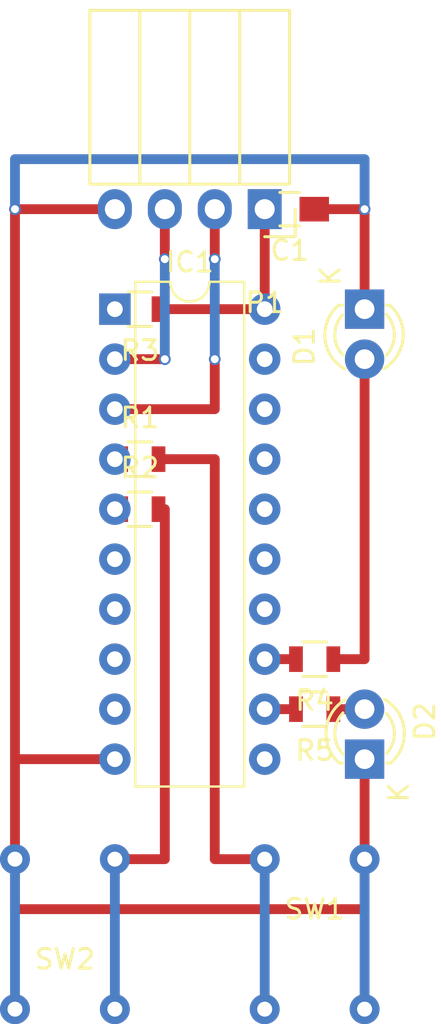
<source format=kicad_pcb>
(kicad_pcb (version 4) (host pcbnew 4.0.4+e1-6308~48~ubuntu16.04.1-stable)

  (general
    (links 24)
    (no_connects 0)
    (area 0 0 0 0)
    (thickness 1.6)
    (drawings 0)
    (tracks 43)
    (zones 0)
    (modules 12)
    (nets 25)
  )

  (page A4)
  (layers
    (0 F.Cu signal)
    (31 B.Cu signal)
    (32 B.Adhes user)
    (33 F.Adhes user)
    (34 B.Paste user)
    (35 F.Paste user)
    (36 B.SilkS user)
    (37 F.SilkS user)
    (38 B.Mask user)
    (39 F.Mask user)
    (40 Dwgs.User user)
    (41 Cmts.User user)
    (42 Eco1.User user)
    (43 Eco2.User user)
    (44 Edge.Cuts user)
    (45 Margin user)
    (46 B.CrtYd user)
    (47 F.CrtYd user)
    (48 B.Fab user)
    (49 F.Fab user)
  )

  (setup
    (last_trace_width 0.5)
    (user_trace_width 0.5)
    (trace_clearance 0.2)
    (zone_clearance 0.508)
    (zone_45_only no)
    (trace_min 0.2)
    (segment_width 0.2)
    (edge_width 0.15)
    (via_size 0.6)
    (via_drill 0.4)
    (via_min_size 0.4)
    (via_min_drill 0.3)
    (uvia_size 0.3)
    (uvia_drill 0.1)
    (uvias_allowed no)
    (uvia_min_size 0.2)
    (uvia_min_drill 0.1)
    (pcb_text_width 0.3)
    (pcb_text_size 1.5 1.5)
    (mod_edge_width 0.15)
    (mod_text_size 1 1)
    (mod_text_width 0.15)
    (pad_size 1.524 1.524)
    (pad_drill 0.762)
    (pad_to_mask_clearance 0.2)
    (aux_axis_origin 0 0)
    (visible_elements FFFFFF7F)
    (pcbplotparams
      (layerselection 0x00030_80000001)
      (usegerberextensions false)
      (excludeedgelayer true)
      (linewidth 0.100000)
      (plotframeref false)
      (viasonmask false)
      (mode 1)
      (useauxorigin false)
      (hpglpennumber 1)
      (hpglpenspeed 20)
      (hpglpendiameter 15)
      (hpglpenoverlay 2)
      (psnegative false)
      (psa4output false)
      (plotreference true)
      (plotvalue true)
      (plotinvisibletext false)
      (padsonsilk false)
      (subtractmaskfromsilk false)
      (outputformat 1)
      (mirror false)
      (drillshape 1)
      (scaleselection 1)
      (outputdirectory ""))
  )

  (net 0 "")
  (net 1 GND)
  (net 2 VCC)
  (net 3 "Net-(D1-Pad2)")
  (net 4 "Net-(D2-Pad2)")
  (net 5 "Net-(IC1-Pad1)")
  (net 6 "Net-(IC1-Pad11)")
  (net 7 "Net-(IC1-Pad2)")
  (net 8 "Net-(IC1-Pad12)")
  (net 9 "Net-(IC1-Pad3)")
  (net 10 "Net-(IC1-Pad13)")
  (net 11 "Net-(IC1-Pad4)")
  (net 12 "Net-(IC1-Pad14)")
  (net 13 "Net-(IC1-Pad5)")
  (net 14 "Net-(IC1-Pad15)")
  (net 15 "Net-(IC1-Pad6)")
  (net 16 "Net-(IC1-Pad16)")
  (net 17 "Net-(IC1-Pad7)")
  (net 18 "Net-(IC1-Pad17)")
  (net 19 "Net-(IC1-Pad8)")
  (net 20 "Net-(IC1-Pad18)")
  (net 21 "Net-(IC1-Pad9)")
  (net 22 "Net-(IC1-Pad19)")
  (net 23 "Net-(R1-Pad2)")
  (net 24 "Net-(R2-Pad2)")

  (net_class Default "This is the default net class."
    (clearance 0.2)
    (trace_width 0.25)
    (via_dia 0.6)
    (via_drill 0.4)
    (uvia_dia 0.3)
    (uvia_drill 0.1)
    (add_net GND)
    (add_net "Net-(D1-Pad2)")
    (add_net "Net-(D2-Pad2)")
    (add_net "Net-(IC1-Pad1)")
    (add_net "Net-(IC1-Pad11)")
    (add_net "Net-(IC1-Pad12)")
    (add_net "Net-(IC1-Pad13)")
    (add_net "Net-(IC1-Pad14)")
    (add_net "Net-(IC1-Pad15)")
    (add_net "Net-(IC1-Pad16)")
    (add_net "Net-(IC1-Pad17)")
    (add_net "Net-(IC1-Pad18)")
    (add_net "Net-(IC1-Pad19)")
    (add_net "Net-(IC1-Pad2)")
    (add_net "Net-(IC1-Pad3)")
    (add_net "Net-(IC1-Pad4)")
    (add_net "Net-(IC1-Pad5)")
    (add_net "Net-(IC1-Pad6)")
    (add_net "Net-(IC1-Pad7)")
    (add_net "Net-(IC1-Pad8)")
    (add_net "Net-(IC1-Pad9)")
    (add_net "Net-(R1-Pad2)")
    (add_net "Net-(R2-Pad2)")
    (add_net VCC)
  )

  (module Capacitors_SMD:C_0805_HandSoldering (layer F.Cu) (tedit 541A9B8D) (tstamp 586E07D0)
    (at 173.99 63.5 180)
    (descr "Capacitor SMD 0805, hand soldering")
    (tags "capacitor 0805")
    (path /586CE0D1)
    (attr smd)
    (fp_text reference C1 (at 0 -2.1 180) (layer F.SilkS)
      (effects (font (size 1 1) (thickness 0.15)))
    )
    (fp_text value 100n (at 0 2.1 180) (layer F.Fab)
      (effects (font (size 1 1) (thickness 0.15)))
    )
    (fp_line (start -1 0.625) (end -1 -0.625) (layer F.Fab) (width 0.15))
    (fp_line (start 1 0.625) (end -1 0.625) (layer F.Fab) (width 0.15))
    (fp_line (start 1 -0.625) (end 1 0.625) (layer F.Fab) (width 0.15))
    (fp_line (start -1 -0.625) (end 1 -0.625) (layer F.Fab) (width 0.15))
    (fp_line (start -2.3 -1) (end 2.3 -1) (layer F.CrtYd) (width 0.05))
    (fp_line (start -2.3 1) (end 2.3 1) (layer F.CrtYd) (width 0.05))
    (fp_line (start -2.3 -1) (end -2.3 1) (layer F.CrtYd) (width 0.05))
    (fp_line (start 2.3 -1) (end 2.3 1) (layer F.CrtYd) (width 0.05))
    (fp_line (start 0.5 -0.85) (end -0.5 -0.85) (layer F.SilkS) (width 0.15))
    (fp_line (start -0.5 0.85) (end 0.5 0.85) (layer F.SilkS) (width 0.15))
    (pad 1 smd rect (at -1.25 0 180) (size 1.5 1.25) (layers F.Cu F.Paste F.Mask)
      (net 1 GND))
    (pad 2 smd rect (at 1.25 0 180) (size 1.5 1.25) (layers F.Cu F.Paste F.Mask)
      (net 2 VCC))
    (model Capacitors_SMD.3dshapes/C_0805_HandSoldering.wrl
      (at (xyz 0 0 0))
      (scale (xyz 1 1 1))
      (rotate (xyz 0 0 0))
    )
  )

  (module LEDs:LED-3MM (layer F.Cu) (tedit 559B82F6) (tstamp 586E07E1)
    (at 177.8 68.58 270)
    (descr "LED 3mm round vertical")
    (tags "LED  3mm round vertical")
    (path /586CE2BD)
    (fp_text reference D1 (at 1.91 3.06 270) (layer F.SilkS)
      (effects (font (size 1 1) (thickness 0.15)))
    )
    (fp_text value Led_Small (at 1.3 -2.9 270) (layer F.Fab)
      (effects (font (size 1 1) (thickness 0.15)))
    )
    (fp_line (start -1.2 2.3) (end 3.8 2.3) (layer F.CrtYd) (width 0.05))
    (fp_line (start 3.8 2.3) (end 3.8 -2.2) (layer F.CrtYd) (width 0.05))
    (fp_line (start 3.8 -2.2) (end -1.2 -2.2) (layer F.CrtYd) (width 0.05))
    (fp_line (start -1.2 -2.2) (end -1.2 2.3) (layer F.CrtYd) (width 0.05))
    (fp_line (start -0.199 1.314) (end -0.199 1.114) (layer F.SilkS) (width 0.15))
    (fp_line (start -0.199 -1.28) (end -0.199 -1.1) (layer F.SilkS) (width 0.15))
    (fp_arc (start 1.301 0.034) (end -0.199 -1.286) (angle 108.5) (layer F.SilkS) (width 0.15))
    (fp_arc (start 1.301 0.034) (end 0.25 -1.1) (angle 85.7) (layer F.SilkS) (width 0.15))
    (fp_arc (start 1.311 0.034) (end 3.051 0.994) (angle 110) (layer F.SilkS) (width 0.15))
    (fp_arc (start 1.301 0.034) (end 2.335 1.094) (angle 87.5) (layer F.SilkS) (width 0.15))
    (fp_text user K (at -1.69 1.74 270) (layer F.SilkS)
      (effects (font (size 1 1) (thickness 0.15)))
    )
    (pad 1 thru_hole rect (at 0 0) (size 2 2) (drill 1.00076) (layers *.Cu *.Mask)
      (net 1 GND))
    (pad 2 thru_hole circle (at 2.54 0 270) (size 2 2) (drill 1.00076) (layers *.Cu *.Mask)
      (net 3 "Net-(D1-Pad2)"))
    (model LEDs.3dshapes/LED-3MM.wrl
      (at (xyz 0.05 0 0))
      (scale (xyz 1 1 1))
      (rotate (xyz 0 0 90))
    )
  )

  (module LEDs:LED-3MM (layer F.Cu) (tedit 559B82F6) (tstamp 586E07F2)
    (at 177.8 91.44 90)
    (descr "LED 3mm round vertical")
    (tags "LED  3mm round vertical")
    (path /586CE442)
    (fp_text reference D2 (at 1.91 3.06 90) (layer F.SilkS)
      (effects (font (size 1 1) (thickness 0.15)))
    )
    (fp_text value Led_Small (at 1.3 -2.9 90) (layer F.Fab)
      (effects (font (size 1 1) (thickness 0.15)))
    )
    (fp_line (start -1.2 2.3) (end 3.8 2.3) (layer F.CrtYd) (width 0.05))
    (fp_line (start 3.8 2.3) (end 3.8 -2.2) (layer F.CrtYd) (width 0.05))
    (fp_line (start 3.8 -2.2) (end -1.2 -2.2) (layer F.CrtYd) (width 0.05))
    (fp_line (start -1.2 -2.2) (end -1.2 2.3) (layer F.CrtYd) (width 0.05))
    (fp_line (start -0.199 1.314) (end -0.199 1.114) (layer F.SilkS) (width 0.15))
    (fp_line (start -0.199 -1.28) (end -0.199 -1.1) (layer F.SilkS) (width 0.15))
    (fp_arc (start 1.301 0.034) (end -0.199 -1.286) (angle 108.5) (layer F.SilkS) (width 0.15))
    (fp_arc (start 1.301 0.034) (end 0.25 -1.1) (angle 85.7) (layer F.SilkS) (width 0.15))
    (fp_arc (start 1.311 0.034) (end 3.051 0.994) (angle 110) (layer F.SilkS) (width 0.15))
    (fp_arc (start 1.301 0.034) (end 2.335 1.094) (angle 87.5) (layer F.SilkS) (width 0.15))
    (fp_text user K (at -1.69 1.74 90) (layer F.SilkS)
      (effects (font (size 1 1) (thickness 0.15)))
    )
    (pad 1 thru_hole rect (at 0 0 180) (size 2 2) (drill 1.00076) (layers *.Cu *.Mask)
      (net 1 GND))
    (pad 2 thru_hole circle (at 2.54 0 90) (size 2 2) (drill 1.00076) (layers *.Cu *.Mask)
      (net 4 "Net-(D2-Pad2)"))
    (model LEDs.3dshapes/LED-3MM.wrl
      (at (xyz 0.05 0 0))
      (scale (xyz 1 1 1))
      (rotate (xyz 0 0 90))
    )
  )

  (module Housings_DIP:DIP-20_W7.62mm (layer F.Cu) (tedit 586281B5) (tstamp 586E0819)
    (at 165.1 68.58)
    (descr "20-lead dip package, row spacing 7.62 mm (300 mils)")
    (tags "DIL DIP PDIP 2.54mm 7.62mm 300mil")
    (path /586CDB6B)
    (fp_text reference IC1 (at 3.81 -2.39) (layer F.SilkS)
      (effects (font (size 1 1) (thickness 0.15)))
    )
    (fp_text value ATTINY2313-P (at 3.81 25.25) (layer F.Fab)
      (effects (font (size 1 1) (thickness 0.15)))
    )
    (fp_arc (start 3.81 -1.39) (end 2.81 -1.39) (angle -180) (layer F.SilkS) (width 0.12))
    (fp_line (start 1.635 -1.27) (end 6.985 -1.27) (layer F.Fab) (width 0.1))
    (fp_line (start 6.985 -1.27) (end 6.985 24.13) (layer F.Fab) (width 0.1))
    (fp_line (start 6.985 24.13) (end 0.635 24.13) (layer F.Fab) (width 0.1))
    (fp_line (start 0.635 24.13) (end 0.635 -0.27) (layer F.Fab) (width 0.1))
    (fp_line (start 0.635 -0.27) (end 1.635 -1.27) (layer F.Fab) (width 0.1))
    (fp_line (start 2.81 -1.39) (end 1.04 -1.39) (layer F.SilkS) (width 0.12))
    (fp_line (start 1.04 -1.39) (end 1.04 24.25) (layer F.SilkS) (width 0.12))
    (fp_line (start 1.04 24.25) (end 6.58 24.25) (layer F.SilkS) (width 0.12))
    (fp_line (start 6.58 24.25) (end 6.58 -1.39) (layer F.SilkS) (width 0.12))
    (fp_line (start 6.58 -1.39) (end 4.81 -1.39) (layer F.SilkS) (width 0.12))
    (fp_line (start -1.1 -1.6) (end -1.1 24.4) (layer F.CrtYd) (width 0.05))
    (fp_line (start -1.1 24.4) (end 8.7 24.4) (layer F.CrtYd) (width 0.05))
    (fp_line (start 8.7 24.4) (end 8.7 -1.6) (layer F.CrtYd) (width 0.05))
    (fp_line (start 8.7 -1.6) (end -1.1 -1.6) (layer F.CrtYd) (width 0.05))
    (pad 1 thru_hole rect (at 0 0) (size 1.6 1.6) (drill 0.8) (layers *.Cu *.Mask)
      (net 5 "Net-(IC1-Pad1)"))
    (pad 11 thru_hole oval (at 7.62 22.86) (size 1.6 1.6) (drill 0.8) (layers *.Cu *.Mask)
      (net 6 "Net-(IC1-Pad11)"))
    (pad 2 thru_hole oval (at 0 2.54) (size 1.6 1.6) (drill 0.8) (layers *.Cu *.Mask)
      (net 7 "Net-(IC1-Pad2)"))
    (pad 12 thru_hole oval (at 7.62 20.32) (size 1.6 1.6) (drill 0.8) (layers *.Cu *.Mask)
      (net 8 "Net-(IC1-Pad12)"))
    (pad 3 thru_hole oval (at 0 5.08) (size 1.6 1.6) (drill 0.8) (layers *.Cu *.Mask)
      (net 9 "Net-(IC1-Pad3)"))
    (pad 13 thru_hole oval (at 7.62 17.78) (size 1.6 1.6) (drill 0.8) (layers *.Cu *.Mask)
      (net 10 "Net-(IC1-Pad13)"))
    (pad 4 thru_hole oval (at 0 7.62) (size 1.6 1.6) (drill 0.8) (layers *.Cu *.Mask)
      (net 11 "Net-(IC1-Pad4)"))
    (pad 14 thru_hole oval (at 7.62 15.24) (size 1.6 1.6) (drill 0.8) (layers *.Cu *.Mask)
      (net 12 "Net-(IC1-Pad14)"))
    (pad 5 thru_hole oval (at 0 10.16) (size 1.6 1.6) (drill 0.8) (layers *.Cu *.Mask)
      (net 13 "Net-(IC1-Pad5)"))
    (pad 15 thru_hole oval (at 7.62 12.7) (size 1.6 1.6) (drill 0.8) (layers *.Cu *.Mask)
      (net 14 "Net-(IC1-Pad15)"))
    (pad 6 thru_hole oval (at 0 12.7) (size 1.6 1.6) (drill 0.8) (layers *.Cu *.Mask)
      (net 15 "Net-(IC1-Pad6)"))
    (pad 16 thru_hole oval (at 7.62 10.16) (size 1.6 1.6) (drill 0.8) (layers *.Cu *.Mask)
      (net 16 "Net-(IC1-Pad16)"))
    (pad 7 thru_hole oval (at 0 15.24) (size 1.6 1.6) (drill 0.8) (layers *.Cu *.Mask)
      (net 17 "Net-(IC1-Pad7)"))
    (pad 17 thru_hole oval (at 7.62 7.62) (size 1.6 1.6) (drill 0.8) (layers *.Cu *.Mask)
      (net 18 "Net-(IC1-Pad17)"))
    (pad 8 thru_hole oval (at 0 17.78) (size 1.6 1.6) (drill 0.8) (layers *.Cu *.Mask)
      (net 19 "Net-(IC1-Pad8)"))
    (pad 18 thru_hole oval (at 7.62 5.08) (size 1.6 1.6) (drill 0.8) (layers *.Cu *.Mask)
      (net 20 "Net-(IC1-Pad18)"))
    (pad 9 thru_hole oval (at 0 20.32) (size 1.6 1.6) (drill 0.8) (layers *.Cu *.Mask)
      (net 21 "Net-(IC1-Pad9)"))
    (pad 19 thru_hole oval (at 7.62 2.54) (size 1.6 1.6) (drill 0.8) (layers *.Cu *.Mask)
      (net 22 "Net-(IC1-Pad19)"))
    (pad 10 thru_hole oval (at 0 22.86) (size 1.6 1.6) (drill 0.8) (layers *.Cu *.Mask)
      (net 1 GND))
    (pad 20 thru_hole oval (at 7.62 0) (size 1.6 1.6) (drill 0.8) (layers *.Cu *.Mask)
      (net 2 VCC))
    (model Housings_DIP.3dshapes/DIP-20_W7.62mm.wrl
      (at (xyz 0 0 0))
      (scale (xyz 1 1 1))
      (rotate (xyz 0 0 0))
    )
  )

  (module Socket_Strips:Socket_Strip_Angled_1x04 (layer F.Cu) (tedit 0) (tstamp 586E0835)
    (at 172.72 63.5 180)
    (descr "Through hole socket strip")
    (tags "socket strip")
    (path /586CDC0A)
    (fp_text reference P1 (at 0 -4.75 180) (layer F.SilkS)
      (effects (font (size 1 1) (thickness 0.15)))
    )
    (fp_text value CONN_01X04 (at 0 -2.75 180) (layer F.Fab)
      (effects (font (size 1 1) (thickness 0.15)))
    )
    (fp_line (start -1.75 -1.5) (end -1.75 10.6) (layer F.CrtYd) (width 0.05))
    (fp_line (start 9.4 -1.5) (end 9.4 10.6) (layer F.CrtYd) (width 0.05))
    (fp_line (start -1.75 -1.5) (end 9.4 -1.5) (layer F.CrtYd) (width 0.05))
    (fp_line (start -1.75 10.6) (end 9.4 10.6) (layer F.CrtYd) (width 0.05))
    (fp_line (start 8.89 10.1) (end 8.89 1.27) (layer F.SilkS) (width 0.15))
    (fp_line (start 6.35 10.1) (end 8.89 10.1) (layer F.SilkS) (width 0.15))
    (fp_line (start 6.35 1.27) (end 8.89 1.27) (layer F.SilkS) (width 0.15))
    (fp_line (start 3.81 1.27) (end 6.35 1.27) (layer F.SilkS) (width 0.15))
    (fp_line (start 3.81 10.1) (end 6.35 10.1) (layer F.SilkS) (width 0.15))
    (fp_line (start 6.35 10.1) (end 6.35 1.27) (layer F.SilkS) (width 0.15))
    (fp_line (start 3.81 10.1) (end 3.81 1.27) (layer F.SilkS) (width 0.15))
    (fp_line (start 1.27 10.1) (end 3.81 10.1) (layer F.SilkS) (width 0.15))
    (fp_line (start 1.27 1.27) (end 1.27 10.1) (layer F.SilkS) (width 0.15))
    (fp_line (start 1.27 1.27) (end 3.81 1.27) (layer F.SilkS) (width 0.15))
    (fp_line (start -1.27 1.27) (end 1.27 1.27) (layer F.SilkS) (width 0.15))
    (fp_line (start 0 -1.4) (end -1.55 -1.4) (layer F.SilkS) (width 0.15))
    (fp_line (start -1.55 -1.4) (end -1.55 0) (layer F.SilkS) (width 0.15))
    (fp_line (start -1.27 1.27) (end -1.27 10.1) (layer F.SilkS) (width 0.15))
    (fp_line (start -1.27 10.1) (end 1.27 10.1) (layer F.SilkS) (width 0.15))
    (fp_line (start 1.27 10.1) (end 1.27 1.27) (layer F.SilkS) (width 0.15))
    (pad 1 thru_hole rect (at 0 0 180) (size 1.7272 2.032) (drill 1.016) (layers *.Cu *.Mask)
      (net 2 VCC))
    (pad 2 thru_hole oval (at 2.54 0 180) (size 1.7272 2.032) (drill 1.016) (layers *.Cu *.Mask)
      (net 9 "Net-(IC1-Pad3)"))
    (pad 3 thru_hole oval (at 5.08 0 180) (size 1.7272 2.032) (drill 1.016) (layers *.Cu *.Mask)
      (net 7 "Net-(IC1-Pad2)"))
    (pad 4 thru_hole oval (at 7.62 0 180) (size 1.7272 2.032) (drill 1.016) (layers *.Cu *.Mask)
      (net 1 GND))
    (model Socket_Strips.3dshapes/Socket_Strip_Angled_1x04.wrl
      (at (xyz 0.15 0 0))
      (scale (xyz 1 1 1))
      (rotate (xyz 0 0 180))
    )
  )

  (module Resistors_SMD:R_0805 (layer F.Cu) (tedit 58307B54) (tstamp 586E0845)
    (at 166.37 76.2)
    (descr "Resistor SMD 0805, reflow soldering, Vishay (see dcrcw.pdf)")
    (tags "resistor 0805")
    (path /586CDF22)
    (attr smd)
    (fp_text reference R1 (at 0 -2.1) (layer F.SilkS)
      (effects (font (size 1 1) (thickness 0.15)))
    )
    (fp_text value 1K (at 0 2.1) (layer F.Fab)
      (effects (font (size 1 1) (thickness 0.15)))
    )
    (fp_line (start -1 0.625) (end -1 -0.625) (layer F.Fab) (width 0.1))
    (fp_line (start 1 0.625) (end -1 0.625) (layer F.Fab) (width 0.1))
    (fp_line (start 1 -0.625) (end 1 0.625) (layer F.Fab) (width 0.1))
    (fp_line (start -1 -0.625) (end 1 -0.625) (layer F.Fab) (width 0.1))
    (fp_line (start -1.6 -1) (end 1.6 -1) (layer F.CrtYd) (width 0.05))
    (fp_line (start -1.6 1) (end 1.6 1) (layer F.CrtYd) (width 0.05))
    (fp_line (start -1.6 -1) (end -1.6 1) (layer F.CrtYd) (width 0.05))
    (fp_line (start 1.6 -1) (end 1.6 1) (layer F.CrtYd) (width 0.05))
    (fp_line (start 0.6 0.875) (end -0.6 0.875) (layer F.SilkS) (width 0.15))
    (fp_line (start -0.6 -0.875) (end 0.6 -0.875) (layer F.SilkS) (width 0.15))
    (pad 1 smd rect (at -0.95 0) (size 0.7 1.3) (layers F.Cu F.Paste F.Mask)
      (net 11 "Net-(IC1-Pad4)"))
    (pad 2 smd rect (at 0.95 0) (size 0.7 1.3) (layers F.Cu F.Paste F.Mask)
      (net 23 "Net-(R1-Pad2)"))
    (model Resistors_SMD.3dshapes/R_0805.wrl
      (at (xyz 0 0 0))
      (scale (xyz 1 1 1))
      (rotate (xyz 0 0 0))
    )
  )

  (module Resistors_SMD:R_0805 (layer F.Cu) (tedit 58307B54) (tstamp 586E0855)
    (at 166.37 78.74)
    (descr "Resistor SMD 0805, reflow soldering, Vishay (see dcrcw.pdf)")
    (tags "resistor 0805")
    (path /586CDF6E)
    (attr smd)
    (fp_text reference R2 (at 0 -2.1) (layer F.SilkS)
      (effects (font (size 1 1) (thickness 0.15)))
    )
    (fp_text value 1K (at 0 2.1) (layer F.Fab)
      (effects (font (size 1 1) (thickness 0.15)))
    )
    (fp_line (start -1 0.625) (end -1 -0.625) (layer F.Fab) (width 0.1))
    (fp_line (start 1 0.625) (end -1 0.625) (layer F.Fab) (width 0.1))
    (fp_line (start 1 -0.625) (end 1 0.625) (layer F.Fab) (width 0.1))
    (fp_line (start -1 -0.625) (end 1 -0.625) (layer F.Fab) (width 0.1))
    (fp_line (start -1.6 -1) (end 1.6 -1) (layer F.CrtYd) (width 0.05))
    (fp_line (start -1.6 1) (end 1.6 1) (layer F.CrtYd) (width 0.05))
    (fp_line (start -1.6 -1) (end -1.6 1) (layer F.CrtYd) (width 0.05))
    (fp_line (start 1.6 -1) (end 1.6 1) (layer F.CrtYd) (width 0.05))
    (fp_line (start 0.6 0.875) (end -0.6 0.875) (layer F.SilkS) (width 0.15))
    (fp_line (start -0.6 -0.875) (end 0.6 -0.875) (layer F.SilkS) (width 0.15))
    (pad 1 smd rect (at -0.95 0) (size 0.7 1.3) (layers F.Cu F.Paste F.Mask)
      (net 13 "Net-(IC1-Pad5)"))
    (pad 2 smd rect (at 0.95 0) (size 0.7 1.3) (layers F.Cu F.Paste F.Mask)
      (net 24 "Net-(R2-Pad2)"))
    (model Resistors_SMD.3dshapes/R_0805.wrl
      (at (xyz 0 0 0))
      (scale (xyz 1 1 1))
      (rotate (xyz 0 0 0))
    )
  )

  (module Resistors_SMD:R_0805 (layer F.Cu) (tedit 58307B54) (tstamp 586E0865)
    (at 166.37 68.58 180)
    (descr "Resistor SMD 0805, reflow soldering, Vishay (see dcrcw.pdf)")
    (tags "resistor 0805")
    (path /586CDD6A)
    (attr smd)
    (fp_text reference R3 (at 0 -2.1 180) (layer F.SilkS)
      (effects (font (size 1 1) (thickness 0.15)))
    )
    (fp_text value 10K (at 0 2.1 180) (layer F.Fab)
      (effects (font (size 1 1) (thickness 0.15)))
    )
    (fp_line (start -1 0.625) (end -1 -0.625) (layer F.Fab) (width 0.1))
    (fp_line (start 1 0.625) (end -1 0.625) (layer F.Fab) (width 0.1))
    (fp_line (start 1 -0.625) (end 1 0.625) (layer F.Fab) (width 0.1))
    (fp_line (start -1 -0.625) (end 1 -0.625) (layer F.Fab) (width 0.1))
    (fp_line (start -1.6 -1) (end 1.6 -1) (layer F.CrtYd) (width 0.05))
    (fp_line (start -1.6 1) (end 1.6 1) (layer F.CrtYd) (width 0.05))
    (fp_line (start -1.6 -1) (end -1.6 1) (layer F.CrtYd) (width 0.05))
    (fp_line (start 1.6 -1) (end 1.6 1) (layer F.CrtYd) (width 0.05))
    (fp_line (start 0.6 0.875) (end -0.6 0.875) (layer F.SilkS) (width 0.15))
    (fp_line (start -0.6 -0.875) (end 0.6 -0.875) (layer F.SilkS) (width 0.15))
    (pad 1 smd rect (at -0.95 0 180) (size 0.7 1.3) (layers F.Cu F.Paste F.Mask)
      (net 2 VCC))
    (pad 2 smd rect (at 0.95 0 180) (size 0.7 1.3) (layers F.Cu F.Paste F.Mask)
      (net 5 "Net-(IC1-Pad1)"))
    (model Resistors_SMD.3dshapes/R_0805.wrl
      (at (xyz 0 0 0))
      (scale (xyz 1 1 1))
      (rotate (xyz 0 0 0))
    )
  )

  (module Resistors_SMD:R_0805 (layer F.Cu) (tedit 58307B54) (tstamp 586E0875)
    (at 175.26 86.36 180)
    (descr "Resistor SMD 0805, reflow soldering, Vishay (see dcrcw.pdf)")
    (tags "resistor 0805")
    (path /586CE54B)
    (attr smd)
    (fp_text reference R4 (at 0 -2.1 180) (layer F.SilkS)
      (effects (font (size 1 1) (thickness 0.15)))
    )
    (fp_text value 220R (at 0 2.1 180) (layer F.Fab)
      (effects (font (size 1 1) (thickness 0.15)))
    )
    (fp_line (start -1 0.625) (end -1 -0.625) (layer F.Fab) (width 0.1))
    (fp_line (start 1 0.625) (end -1 0.625) (layer F.Fab) (width 0.1))
    (fp_line (start 1 -0.625) (end 1 0.625) (layer F.Fab) (width 0.1))
    (fp_line (start -1 -0.625) (end 1 -0.625) (layer F.Fab) (width 0.1))
    (fp_line (start -1.6 -1) (end 1.6 -1) (layer F.CrtYd) (width 0.05))
    (fp_line (start -1.6 1) (end 1.6 1) (layer F.CrtYd) (width 0.05))
    (fp_line (start -1.6 -1) (end -1.6 1) (layer F.CrtYd) (width 0.05))
    (fp_line (start 1.6 -1) (end 1.6 1) (layer F.CrtYd) (width 0.05))
    (fp_line (start 0.6 0.875) (end -0.6 0.875) (layer F.SilkS) (width 0.15))
    (fp_line (start -0.6 -0.875) (end 0.6 -0.875) (layer F.SilkS) (width 0.15))
    (pad 1 smd rect (at -0.95 0 180) (size 0.7 1.3) (layers F.Cu F.Paste F.Mask)
      (net 3 "Net-(D1-Pad2)"))
    (pad 2 smd rect (at 0.95 0 180) (size 0.7 1.3) (layers F.Cu F.Paste F.Mask)
      (net 10 "Net-(IC1-Pad13)"))
    (model Resistors_SMD.3dshapes/R_0805.wrl
      (at (xyz 0 0 0))
      (scale (xyz 1 1 1))
      (rotate (xyz 0 0 0))
    )
  )

  (module Resistors_SMD:R_0805 (layer F.Cu) (tedit 58307B54) (tstamp 586E0885)
    (at 175.26 88.9 180)
    (descr "Resistor SMD 0805, reflow soldering, Vishay (see dcrcw.pdf)")
    (tags "resistor 0805")
    (path /586CE5DA)
    (attr smd)
    (fp_text reference R5 (at 0 -2.1 180) (layer F.SilkS)
      (effects (font (size 1 1) (thickness 0.15)))
    )
    (fp_text value 220R (at 0 2.1 180) (layer F.Fab)
      (effects (font (size 1 1) (thickness 0.15)))
    )
    (fp_line (start -1 0.625) (end -1 -0.625) (layer F.Fab) (width 0.1))
    (fp_line (start 1 0.625) (end -1 0.625) (layer F.Fab) (width 0.1))
    (fp_line (start 1 -0.625) (end 1 0.625) (layer F.Fab) (width 0.1))
    (fp_line (start -1 -0.625) (end 1 -0.625) (layer F.Fab) (width 0.1))
    (fp_line (start -1.6 -1) (end 1.6 -1) (layer F.CrtYd) (width 0.05))
    (fp_line (start -1.6 1) (end 1.6 1) (layer F.CrtYd) (width 0.05))
    (fp_line (start -1.6 -1) (end -1.6 1) (layer F.CrtYd) (width 0.05))
    (fp_line (start 1.6 -1) (end 1.6 1) (layer F.CrtYd) (width 0.05))
    (fp_line (start 0.6 0.875) (end -0.6 0.875) (layer F.SilkS) (width 0.15))
    (fp_line (start -0.6 -0.875) (end 0.6 -0.875) (layer F.SilkS) (width 0.15))
    (pad 1 smd rect (at -0.95 0 180) (size 0.7 1.3) (layers F.Cu F.Paste F.Mask)
      (net 4 "Net-(D2-Pad2)"))
    (pad 2 smd rect (at 0.95 0 180) (size 0.7 1.3) (layers F.Cu F.Paste F.Mask)
      (net 8 "Net-(IC1-Pad12)"))
    (model Resistors_SMD.3dshapes/R_0805.wrl
      (at (xyz 0 0 0))
      (scale (xyz 1 1 1))
      (rotate (xyz 0 0 0))
    )
  )

  (module custom_sw:Micro_sw_1 (layer F.Cu) (tedit 581F7AC4) (tstamp 586E088D)
    (at 175.26 100.33 180)
    (path /586CDE13)
    (fp_text reference SW1 (at 0 1.27 180) (layer F.SilkS)
      (effects (font (size 1 1) (thickness 0.15)))
    )
    (fp_text value Read (at 0 -1.27 180) (layer F.Fab)
      (effects (font (size 1 1) (thickness 0.15)))
    )
    (pad 1 thru_hole circle (at -2.54 3.81 180) (size 1.524 1.524) (drill 0.762) (layers *.Cu *.Mask)
      (net 1 GND))
    (pad 2 thru_hole circle (at 2.54 3.81 180) (size 1.524 1.524) (drill 0.762) (layers *.Cu *.Mask)
      (net 23 "Net-(R1-Pad2)"))
    (pad 1 thru_hole circle (at -2.54 -3.81 180) (size 1.524 1.524) (drill 0.762) (layers *.Cu *.Mask)
      (net 1 GND))
    (pad 2 thru_hole circle (at 2.54 -3.81 180) (size 1.524 1.524) (drill 0.762) (layers *.Cu *.Mask)
      (net 23 "Net-(R1-Pad2)"))
  )

  (module custom_sw:Micro_sw_1 (layer F.Cu) (tedit 581F7AC4) (tstamp 586E0895)
    (at 162.56 100.33)
    (path /586CDEB2)
    (fp_text reference SW2 (at 0 1.27) (layer F.SilkS)
      (effects (font (size 1 1) (thickness 0.15)))
    )
    (fp_text value Write (at 0 -1.27) (layer F.Fab)
      (effects (font (size 1 1) (thickness 0.15)))
    )
    (pad 1 thru_hole circle (at -2.54 3.81) (size 1.524 1.524) (drill 0.762) (layers *.Cu *.Mask)
      (net 1 GND))
    (pad 2 thru_hole circle (at 2.54 3.81) (size 1.524 1.524) (drill 0.762) (layers *.Cu *.Mask)
      (net 24 "Net-(R2-Pad2)"))
    (pad 1 thru_hole circle (at -2.54 -3.81) (size 1.524 1.524) (drill 0.762) (layers *.Cu *.Mask)
      (net 1 GND))
    (pad 2 thru_hole circle (at 2.54 -3.81) (size 1.524 1.524) (drill 0.762) (layers *.Cu *.Mask)
      (net 24 "Net-(R2-Pad2)"))
  )

  (segment (start 177.8 63.5) (end 177.8 68.58) (width 0.5) (layer F.Cu) (net 1) (status 800000))
  (via (at 160.02 63.5) (size 0.6) (drill 0.4) (layers F.Cu B.Cu) (net 1))
  (segment (start 175.24 63.5) (end 177.8 63.5) (width 0.5) (layer F.Cu) (net 1) (tstamp 586E0F65) (status 400000))
  (via (at 177.8 63.5) (size 0.6) (drill 0.4) (layers F.Cu B.Cu) (net 1))
  (segment (start 177.8 60.96) (end 177.8 63.5) (width 0.5) (layer B.Cu) (net 1) (tstamp 586E0F54))
  (segment (start 160.02 60.96) (end 177.8 60.96) (width 0.5) (layer B.Cu) (net 1) (tstamp 586E0F53))
  (segment (start 160.02 60.96) (end 160.02 63.5) (width 0.5) (layer B.Cu) (net 1) (tstamp 586E0F52))
  (segment (start 160.02 91.44) (end 160.02 63.5) (width 0.5) (layer F.Cu) (net 1))
  (segment (start 160.02 63.5) (end 165.1 63.5) (width 0.5) (layer F.Cu) (net 1) (tstamp 586E0F4B) (status 800000))
  (segment (start 177.8 96.52) (end 177.8 104.14) (width 0.5) (layer B.Cu) (net 1))
  (segment (start 160.02 96.52) (end 160.02 104.14) (width 0.5) (layer B.Cu) (net 1))
  (segment (start 160.02 96.52) (end 160.02 99.06) (width 0.5) (layer F.Cu) (net 1))
  (segment (start 177.8 99.06) (end 177.8 96.52) (width 0.5) (layer F.Cu) (net 1) (tstamp 586E0C78))
  (segment (start 160.02 99.06) (end 177.8 99.06) (width 0.5) (layer F.Cu) (net 1) (tstamp 586E0C77))
  (segment (start 177.8 91.44) (end 177.8 96.52) (width 0.5) (layer F.Cu) (net 1))
  (segment (start 160.02 91.44) (end 160.02 96.52) (width 0.5) (layer F.Cu) (net 1))
  (segment (start 160.02 91.44) (end 165.1 91.44) (width 0.5) (layer F.Cu) (net 1) (tstamp 586E0A95))
  (segment (start 172.72 68.58) (end 172.72 63.5) (width 0.5) (layer F.Cu) (net 2))
  (segment (start 167.32 68.58) (end 172.72 68.58) (width 0.5) (layer F.Cu) (net 2))
  (segment (start 176.21 86.36) (end 177.8 86.36) (width 0.5) (layer F.Cu) (net 3))
  (segment (start 177.8 86.36) (end 177.8 71.12) (width 0.5) (layer F.Cu) (net 3) (tstamp 586E0BE6))
  (segment (start 176.21 88.9) (end 177.8 88.9) (width 0.5) (layer F.Cu) (net 4))
  (segment (start 165.1 71.12) (end 167.64 71.12) (width 0.5) (layer F.Cu) (net 7))
  (segment (start 167.64 66.04) (end 167.64 63.5) (width 0.5) (layer F.Cu) (net 7) (tstamp 586E0E08))
  (via (at 167.64 66.04) (size 0.6) (drill 0.4) (layers F.Cu B.Cu) (net 7))
  (segment (start 167.64 71.12) (end 167.64 66.04) (width 0.5) (layer B.Cu) (net 7) (tstamp 586E0E05))
  (via (at 167.64 71.12) (size 0.6) (drill 0.4) (layers F.Cu B.Cu) (net 7))
  (segment (start 172.72 88.9) (end 174.31 88.9) (width 0.5) (layer F.Cu) (net 8))
  (segment (start 165.1 73.66) (end 170.18 73.66) (width 0.5) (layer F.Cu) (net 9))
  (segment (start 170.18 66.04) (end 170.18 63.5) (width 0.5) (layer F.Cu) (net 9) (tstamp 586E0E11))
  (via (at 170.18 66.04) (size 0.6) (drill 0.4) (layers F.Cu B.Cu) (net 9))
  (segment (start 170.18 71.12) (end 170.18 66.04) (width 0.5) (layer B.Cu) (net 9) (tstamp 586E0E0E))
  (via (at 170.18 71.12) (size 0.6) (drill 0.4) (layers F.Cu B.Cu) (net 9))
  (segment (start 170.18 73.66) (end 170.18 71.12) (width 0.5) (layer F.Cu) (net 9) (tstamp 586E0E0B))
  (segment (start 174.31 86.36) (end 172.72 86.36) (width 0.5) (layer F.Cu) (net 10))
  (segment (start 172.72 96.52) (end 172.72 104.14) (width 0.5) (layer B.Cu) (net 23))
  (segment (start 172.72 96.52) (end 170.18 96.52) (width 0.5) (layer F.Cu) (net 23))
  (segment (start 170.18 76.2) (end 167.32 76.2) (width 0.5) (layer F.Cu) (net 23) (tstamp 586E0C6F))
  (segment (start 170.18 96.52) (end 170.18 76.2) (width 0.5) (layer F.Cu) (net 23) (tstamp 586E0C6E))
  (segment (start 165.1 96.52) (end 165.1 104.14) (width 0.5) (layer B.Cu) (net 24))
  (segment (start 165.1 96.52) (end 167.64 96.52) (width 0.5) (layer F.Cu) (net 24))
  (segment (start 167.64 96.52) (end 167.64 78.74) (width 0.5) (layer F.Cu) (net 24) (tstamp 586E0C69))
  (segment (start 167.64 78.74) (end 167.32 78.74) (width 0.5) (layer F.Cu) (net 24) (tstamp 586E0C6B))

)

</source>
